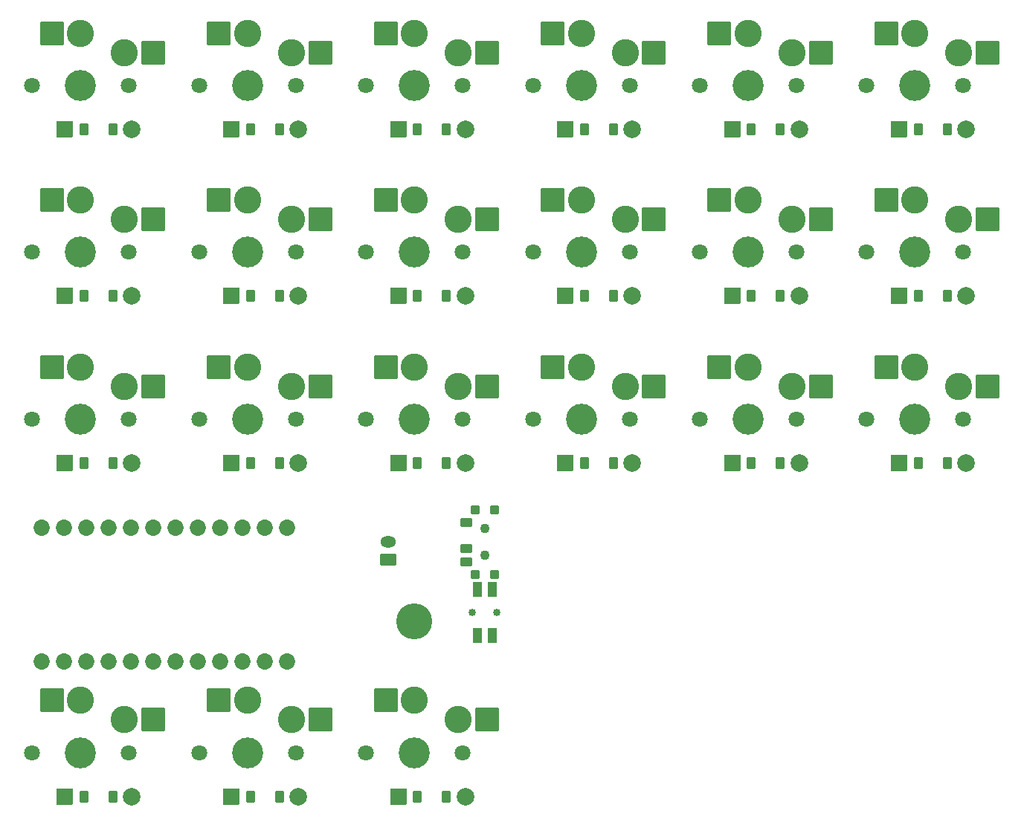
<source format=gbr>
%TF.GenerationSoftware,KiCad,Pcbnew,9.0.4*%
%TF.CreationDate,2025-09-30T09:08:11+02:00*%
%TF.ProjectId,right,72696768-742e-46b6-9963-61645f706362,v1.0.0*%
%TF.SameCoordinates,Original*%
%TF.FileFunction,Soldermask,Bot*%
%TF.FilePolarity,Negative*%
%FSLAX46Y46*%
G04 Gerber Fmt 4.6, Leading zero omitted, Abs format (unit mm)*
G04 Created by KiCad (PCBNEW 9.0.4) date 2025-09-30 09:08:11*
%MOMM*%
%LPD*%
G01*
G04 APERTURE LIST*
G04 Aperture macros list*
%AMRoundRect*
0 Rectangle with rounded corners*
0 $1 Rounding radius*
0 $2 $3 $4 $5 $6 $7 $8 $9 X,Y pos of 4 corners*
0 Add a 4 corners polygon primitive as box body*
4,1,4,$2,$3,$4,$5,$6,$7,$8,$9,$2,$3,0*
0 Add four circle primitives for the rounded corners*
1,1,$1+$1,$2,$3*
1,1,$1+$1,$4,$5*
1,1,$1+$1,$6,$7*
1,1,$1+$1,$8,$9*
0 Add four rect primitives between the rounded corners*
20,1,$1+$1,$2,$3,$4,$5,0*
20,1,$1+$1,$4,$5,$6,$7,0*
20,1,$1+$1,$6,$7,$8,$9,0*
20,1,$1+$1,$8,$9,$2,$3,0*%
G04 Aperture macros list end*
%ADD10C,3.529000*%
%ADD11C,1.801800*%
%ADD12C,3.100000*%
%ADD13RoundRect,0.050000X-1.300000X-1.300000X1.300000X-1.300000X1.300000X1.300000X-1.300000X1.300000X0*%
%ADD14RoundRect,0.050000X-0.450000X-0.600000X0.450000X-0.600000X0.450000X0.600000X-0.450000X0.600000X0*%
%ADD15RoundRect,0.050000X-0.889000X-0.889000X0.889000X-0.889000X0.889000X0.889000X-0.889000X0.889000X0*%
%ADD16C,2.005000*%
%ADD17C,1.852600*%
%ADD18RoundRect,0.050000X0.850000X-0.600000X0.850000X0.600000X-0.850000X0.600000X-0.850000X-0.600000X0*%
%ADD19O,1.800000X1.300000*%
%ADD20C,0.850000*%
%ADD21RoundRect,0.050000X-0.500000X0.775000X-0.500000X-0.775000X0.500000X-0.775000X0.500000X0.775000X0*%
%ADD22C,1.100000*%
%ADD23RoundRect,0.050000X-0.625000X0.450000X-0.625000X-0.450000X0.625000X-0.450000X0.625000X0.450000X0*%
%ADD24RoundRect,0.050000X-0.450000X0.450000X-0.450000X-0.450000X0.450000X-0.450000X0.450000X0.450000X0*%
%ADD25C,4.100000*%
G04 APERTURE END LIST*
D10*
%TO.C,S1*%
X100000000Y-150000000D03*
D11*
X105500000Y-150000000D03*
X94500000Y-150000000D03*
D12*
X105000000Y-146250000D03*
X100000000Y-144050000D03*
D13*
X96725000Y-144050000D03*
X108275000Y-146250000D03*
%TD*%
D10*
%TO.C,S2*%
X100000000Y-112000000D03*
D11*
X105500000Y-112000000D03*
X94500000Y-112000000D03*
D12*
X105000000Y-108250000D03*
X100000000Y-106050000D03*
D13*
X96725000Y-106050000D03*
X108275000Y-108250000D03*
%TD*%
D10*
%TO.C,S3*%
X100000000Y-93000000D03*
D11*
X105500000Y-93000000D03*
X94500000Y-93000000D03*
D12*
X105000000Y-89250000D03*
X100000000Y-87050000D03*
D13*
X96725000Y-87050000D03*
X108275000Y-89250000D03*
%TD*%
D10*
%TO.C,S4*%
X100000000Y-74000000D03*
D11*
X105500000Y-74000000D03*
X94500000Y-74000000D03*
D12*
X105000000Y-70250000D03*
X100000000Y-68050000D03*
D13*
X96725000Y-68050000D03*
X108275000Y-70250000D03*
%TD*%
D10*
%TO.C,S5*%
X119000000Y-150000000D03*
D11*
X124500000Y-150000000D03*
X113500000Y-150000000D03*
D12*
X124000000Y-146250000D03*
X119000000Y-144050000D03*
D13*
X115725000Y-144050000D03*
X127275000Y-146250000D03*
%TD*%
D10*
%TO.C,S6*%
X119000000Y-112000000D03*
D11*
X124500000Y-112000000D03*
X113500000Y-112000000D03*
D12*
X124000000Y-108250000D03*
X119000000Y-106050000D03*
D13*
X115725000Y-106050000D03*
X127275000Y-108250000D03*
%TD*%
D10*
%TO.C,S7*%
X119000000Y-93000000D03*
D11*
X124500000Y-93000000D03*
X113500000Y-93000000D03*
D12*
X124000000Y-89250000D03*
X119000000Y-87050000D03*
D13*
X115725000Y-87050000D03*
X127275000Y-89250000D03*
%TD*%
D10*
%TO.C,S8*%
X119000000Y-74000000D03*
D11*
X124500000Y-74000000D03*
X113500000Y-74000000D03*
D12*
X124000000Y-70250000D03*
X119000000Y-68050000D03*
D13*
X115725000Y-68050000D03*
X127275000Y-70250000D03*
%TD*%
D10*
%TO.C,S9*%
X138000000Y-150000000D03*
D11*
X143500000Y-150000000D03*
X132500000Y-150000000D03*
D12*
X143000000Y-146250000D03*
X138000000Y-144050000D03*
D13*
X134725000Y-144050000D03*
X146275000Y-146250000D03*
%TD*%
D10*
%TO.C,S10*%
X138000000Y-112000000D03*
D11*
X143500000Y-112000000D03*
X132500000Y-112000000D03*
D12*
X143000000Y-108250000D03*
X138000000Y-106050000D03*
D13*
X134725000Y-106050000D03*
X146275000Y-108250000D03*
%TD*%
D10*
%TO.C,S11*%
X138000000Y-93000000D03*
D11*
X143500000Y-93000000D03*
X132500000Y-93000000D03*
D12*
X143000000Y-89250000D03*
X138000000Y-87050000D03*
D13*
X134725000Y-87050000D03*
X146275000Y-89250000D03*
%TD*%
D10*
%TO.C,S12*%
X138000000Y-74000000D03*
D11*
X143500000Y-74000000D03*
X132500000Y-74000000D03*
D12*
X143000000Y-70250000D03*
X138000000Y-68050000D03*
D13*
X134725000Y-68050000D03*
X146275000Y-70250000D03*
%TD*%
D10*
%TO.C,S13*%
X157000000Y-112000000D03*
D11*
X162500000Y-112000000D03*
X151500000Y-112000000D03*
D12*
X162000000Y-108250000D03*
X157000000Y-106050000D03*
D13*
X153725000Y-106050000D03*
X165275000Y-108250000D03*
%TD*%
D10*
%TO.C,S14*%
X157000000Y-93000000D03*
D11*
X162500000Y-93000000D03*
X151500000Y-93000000D03*
D12*
X162000000Y-89250000D03*
X157000000Y-87050000D03*
D13*
X153725000Y-87050000D03*
X165275000Y-89250000D03*
%TD*%
D10*
%TO.C,S15*%
X157000000Y-74000000D03*
D11*
X162500000Y-74000000D03*
X151500000Y-74000000D03*
D12*
X162000000Y-70250000D03*
X157000000Y-68050000D03*
D13*
X153725000Y-68050000D03*
X165275000Y-70250000D03*
%TD*%
D10*
%TO.C,S16*%
X176000000Y-112000000D03*
D11*
X181500000Y-112000000D03*
X170500000Y-112000000D03*
D12*
X181000000Y-108250000D03*
X176000000Y-106050000D03*
D13*
X172725000Y-106050000D03*
X184275000Y-108250000D03*
%TD*%
D10*
%TO.C,S17*%
X176000000Y-93000000D03*
D11*
X181500000Y-93000000D03*
X170500000Y-93000000D03*
D12*
X181000000Y-89250000D03*
X176000000Y-87050000D03*
D13*
X172725000Y-87050000D03*
X184275000Y-89250000D03*
%TD*%
D10*
%TO.C,S18*%
X176000000Y-74000000D03*
D11*
X181500000Y-74000000D03*
X170500000Y-74000000D03*
D12*
X181000000Y-70250000D03*
X176000000Y-68050000D03*
D13*
X172725000Y-68050000D03*
X184275000Y-70250000D03*
%TD*%
D10*
%TO.C,S19*%
X195000000Y-112000000D03*
D11*
X200500000Y-112000000D03*
X189500000Y-112000000D03*
D12*
X200000000Y-108250000D03*
X195000000Y-106050000D03*
D13*
X191725000Y-106050000D03*
X203275000Y-108250000D03*
%TD*%
D10*
%TO.C,S20*%
X195000000Y-93000000D03*
D11*
X200500000Y-93000000D03*
X189500000Y-93000000D03*
D12*
X200000000Y-89250000D03*
X195000000Y-87050000D03*
D13*
X191725000Y-87050000D03*
X203275000Y-89250000D03*
%TD*%
D10*
%TO.C,S21*%
X195000000Y-74000000D03*
D11*
X200500000Y-74000000D03*
X189500000Y-74000000D03*
D12*
X200000000Y-70250000D03*
X195000000Y-68050000D03*
D13*
X191725000Y-68050000D03*
X203275000Y-70250000D03*
%TD*%
D14*
%TO.C,D1*%
X103650000Y-155000000D03*
X100350000Y-155000000D03*
D15*
X98190000Y-155000000D03*
D16*
X105810000Y-155000000D03*
%TD*%
D14*
%TO.C,D2*%
X103650000Y-117000000D03*
X100350000Y-117000000D03*
D15*
X98190000Y-117000000D03*
D16*
X105810000Y-117000000D03*
%TD*%
D14*
%TO.C,D3*%
X103650000Y-98000000D03*
X100350000Y-98000000D03*
D15*
X98190000Y-98000000D03*
D16*
X105810000Y-98000000D03*
%TD*%
D14*
%TO.C,D4*%
X103650000Y-79000000D03*
X100350000Y-79000000D03*
D15*
X98190000Y-79000000D03*
D16*
X105810000Y-79000000D03*
%TD*%
D14*
%TO.C,D5*%
X122650000Y-155000000D03*
X119350000Y-155000000D03*
D15*
X117190000Y-155000000D03*
D16*
X124810000Y-155000000D03*
%TD*%
D14*
%TO.C,D6*%
X122650000Y-117000000D03*
X119350000Y-117000000D03*
D15*
X117190000Y-117000000D03*
D16*
X124810000Y-117000000D03*
%TD*%
D14*
%TO.C,D7*%
X122650000Y-98000000D03*
X119350000Y-98000000D03*
D15*
X117190000Y-98000000D03*
D16*
X124810000Y-98000000D03*
%TD*%
D14*
%TO.C,D8*%
X122650000Y-79000000D03*
X119350000Y-79000000D03*
D15*
X117190000Y-79000000D03*
D16*
X124810000Y-79000000D03*
%TD*%
D14*
%TO.C,D9*%
X141650000Y-155000000D03*
X138350000Y-155000000D03*
D15*
X136190000Y-155000000D03*
D16*
X143810000Y-155000000D03*
%TD*%
D14*
%TO.C,D10*%
X141650000Y-117000000D03*
X138350000Y-117000000D03*
D15*
X136190000Y-117000000D03*
D16*
X143810000Y-117000000D03*
%TD*%
D14*
%TO.C,D11*%
X141650000Y-98000000D03*
X138350000Y-98000000D03*
D15*
X136190000Y-98000000D03*
D16*
X143810000Y-98000000D03*
%TD*%
D14*
%TO.C,D12*%
X141650000Y-79000000D03*
X138350000Y-79000000D03*
D15*
X136190000Y-79000000D03*
D16*
X143810000Y-79000000D03*
%TD*%
D14*
%TO.C,D13*%
X160650000Y-117000000D03*
X157350000Y-117000000D03*
D15*
X155190000Y-117000000D03*
D16*
X162810000Y-117000000D03*
%TD*%
D14*
%TO.C,D14*%
X160650000Y-98000000D03*
X157350000Y-98000000D03*
D15*
X155190000Y-98000000D03*
D16*
X162810000Y-98000000D03*
%TD*%
D14*
%TO.C,D15*%
X160650000Y-79000000D03*
X157350000Y-79000000D03*
D15*
X155190000Y-79000000D03*
D16*
X162810000Y-79000000D03*
%TD*%
D14*
%TO.C,D16*%
X179650000Y-117000000D03*
X176350000Y-117000000D03*
D15*
X174190000Y-117000000D03*
D16*
X181810000Y-117000000D03*
%TD*%
D14*
%TO.C,D17*%
X179650000Y-98000000D03*
X176350000Y-98000000D03*
D15*
X174190000Y-98000000D03*
D16*
X181810000Y-98000000D03*
%TD*%
D14*
%TO.C,D18*%
X179650000Y-79000000D03*
X176350000Y-79000000D03*
D15*
X174190000Y-79000000D03*
D16*
X181810000Y-79000000D03*
%TD*%
D14*
%TO.C,D19*%
X198650000Y-117000000D03*
X195350000Y-117000000D03*
D15*
X193190000Y-117000000D03*
D16*
X200810000Y-117000000D03*
%TD*%
D14*
%TO.C,D20*%
X198650000Y-98000000D03*
X195350000Y-98000000D03*
D15*
X193190000Y-98000000D03*
D16*
X200810000Y-98000000D03*
%TD*%
D14*
%TO.C,D21*%
X198650000Y-79000000D03*
X195350000Y-79000000D03*
D15*
X193190000Y-79000000D03*
D16*
X200810000Y-79000000D03*
%TD*%
D17*
%TO.C,MCU1*%
X95530000Y-139620000D03*
X98070000Y-139620000D03*
X100610000Y-139620000D03*
X103150000Y-139620000D03*
X105690000Y-139620000D03*
X108230000Y-139620000D03*
X110770000Y-139620000D03*
X113310000Y-139620000D03*
X115850000Y-139620000D03*
X118390000Y-139620000D03*
X120930000Y-139620000D03*
X123470000Y-139620000D03*
X123470000Y-124380000D03*
X120930000Y-124380000D03*
X118390000Y-124380000D03*
X115850000Y-124380000D03*
X113310000Y-124380000D03*
X110770000Y-124380000D03*
X108230000Y-124380000D03*
X105690000Y-124380000D03*
X103150000Y-124380000D03*
X100610000Y-124380000D03*
X98070000Y-124380000D03*
X95530000Y-124380000D03*
%TD*%
D18*
%TO.C,JST1*%
X135000000Y-128000000D03*
D19*
X135000000Y-126000000D03*
%TD*%
D20*
%TO.C,B1*%
X147375000Y-134000000D03*
X144625000Y-134000000D03*
D21*
X146850000Y-131375000D03*
X146850000Y-136625000D03*
X145150000Y-131375000D03*
X145150000Y-136625000D03*
%TD*%
D22*
%TO.C,T1*%
X146000000Y-127500000D03*
X146000000Y-124500000D03*
D23*
X143925000Y-123750000D03*
X143925000Y-126750000D03*
X143925000Y-128250000D03*
D24*
X147100000Y-129700000D03*
X144900000Y-129700000D03*
X144900000Y-122300000D03*
X147100000Y-122300000D03*
%TD*%
D25*
%TO.C,*%
X138000000Y-135000000D03*
%TD*%
M02*

</source>
